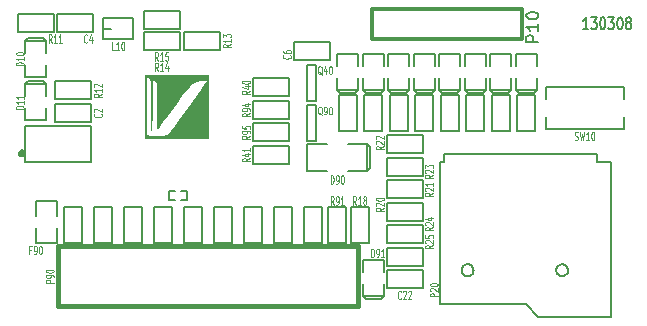
<source format=gto>
G04 (created by PCBNEW-RS274X (2012-01-19 BZR 3256)-stable) date 26/03/2013 21:56:11*
G01*
G70*
G90*
%MOIN*%
G04 Gerber Fmt 3.4, Leading zero omitted, Abs format*
%FSLAX34Y34*%
G04 APERTURE LIST*
%ADD10C,0.006000*%
%ADD11C,0.007500*%
%ADD12C,0.005000*%
%ADD13C,0.015000*%
%ADD14C,0.012000*%
%ADD15C,0.000100*%
%ADD16C,0.004500*%
%ADD17C,0.008000*%
G04 APERTURE END LIST*
G54D10*
G54D11*
X99121Y-60962D02*
X98949Y-60962D01*
X99035Y-60962D02*
X99035Y-60562D01*
X99006Y-60619D01*
X98978Y-60657D01*
X98949Y-60676D01*
X99221Y-60562D02*
X99407Y-60562D01*
X99307Y-60714D01*
X99349Y-60714D01*
X99378Y-60733D01*
X99392Y-60752D01*
X99407Y-60790D01*
X99407Y-60886D01*
X99392Y-60924D01*
X99378Y-60943D01*
X99349Y-60962D01*
X99264Y-60962D01*
X99235Y-60943D01*
X99221Y-60924D01*
X99593Y-60562D02*
X99621Y-60562D01*
X99650Y-60581D01*
X99664Y-60600D01*
X99678Y-60638D01*
X99693Y-60714D01*
X99693Y-60810D01*
X99678Y-60886D01*
X99664Y-60924D01*
X99650Y-60943D01*
X99621Y-60962D01*
X99593Y-60962D01*
X99564Y-60943D01*
X99550Y-60924D01*
X99535Y-60886D01*
X99521Y-60810D01*
X99521Y-60714D01*
X99535Y-60638D01*
X99550Y-60600D01*
X99564Y-60581D01*
X99593Y-60562D01*
X99793Y-60562D02*
X99979Y-60562D01*
X99879Y-60714D01*
X99921Y-60714D01*
X99950Y-60733D01*
X99964Y-60752D01*
X99979Y-60790D01*
X99979Y-60886D01*
X99964Y-60924D01*
X99950Y-60943D01*
X99921Y-60962D01*
X99836Y-60962D01*
X99807Y-60943D01*
X99793Y-60924D01*
X100165Y-60562D02*
X100193Y-60562D01*
X100222Y-60581D01*
X100236Y-60600D01*
X100250Y-60638D01*
X100265Y-60714D01*
X100265Y-60810D01*
X100250Y-60886D01*
X100236Y-60924D01*
X100222Y-60943D01*
X100193Y-60962D01*
X100165Y-60962D01*
X100136Y-60943D01*
X100122Y-60924D01*
X100107Y-60886D01*
X100093Y-60810D01*
X100093Y-60714D01*
X100107Y-60638D01*
X100122Y-60600D01*
X100136Y-60581D01*
X100165Y-60562D01*
X100436Y-60733D02*
X100408Y-60714D01*
X100393Y-60695D01*
X100379Y-60657D01*
X100379Y-60638D01*
X100393Y-60600D01*
X100408Y-60581D01*
X100436Y-60562D01*
X100493Y-60562D01*
X100522Y-60581D01*
X100536Y-60600D01*
X100551Y-60638D01*
X100551Y-60657D01*
X100536Y-60695D01*
X100522Y-60714D01*
X100493Y-60733D01*
X100436Y-60733D01*
X100408Y-60752D01*
X100393Y-60771D01*
X100379Y-60810D01*
X100379Y-60886D01*
X100393Y-60924D01*
X100408Y-60943D01*
X100436Y-60962D01*
X100493Y-60962D01*
X100522Y-60943D01*
X100536Y-60924D01*
X100551Y-60886D01*
X100551Y-60810D01*
X100536Y-60771D01*
X100522Y-60752D01*
X100493Y-60733D01*
G54D12*
X89750Y-64700D02*
X89750Y-63500D01*
X89750Y-63500D02*
X90050Y-63500D01*
X90050Y-63500D02*
X90050Y-64700D01*
X90050Y-64700D02*
X89750Y-64700D01*
X89750Y-63350D02*
X89750Y-62150D01*
X89750Y-62150D02*
X90050Y-62150D01*
X90050Y-62150D02*
X90050Y-63350D01*
X90050Y-63350D02*
X89750Y-63350D01*
X81400Y-67200D02*
X81400Y-66700D01*
X81400Y-66700D02*
X80700Y-66700D01*
X80700Y-66700D02*
X80700Y-67200D01*
X81400Y-67600D02*
X81400Y-68100D01*
X81400Y-68100D02*
X80700Y-68100D01*
X80700Y-68100D02*
X80700Y-67600D01*
X93350Y-64350D02*
X93350Y-63150D01*
X93350Y-63150D02*
X93950Y-63150D01*
X93950Y-63150D02*
X93950Y-64350D01*
X93950Y-64350D02*
X93350Y-64350D01*
X92500Y-64350D02*
X92500Y-63150D01*
X92500Y-63150D02*
X93100Y-63150D01*
X93100Y-63150D02*
X93100Y-64350D01*
X93100Y-64350D02*
X92500Y-64350D01*
X91650Y-64350D02*
X91650Y-63150D01*
X91650Y-63150D02*
X92250Y-63150D01*
X92250Y-63150D02*
X92250Y-64350D01*
X92250Y-64350D02*
X91650Y-64350D01*
X90800Y-64350D02*
X90800Y-63150D01*
X90800Y-63150D02*
X91400Y-63150D01*
X91400Y-63150D02*
X91400Y-64350D01*
X91400Y-64350D02*
X90800Y-64350D01*
X93600Y-68850D02*
X92400Y-68850D01*
X92400Y-68850D02*
X92400Y-68250D01*
X92400Y-68250D02*
X93600Y-68250D01*
X93600Y-68250D02*
X93600Y-68850D01*
X93600Y-68100D02*
X92400Y-68100D01*
X92400Y-68100D02*
X92400Y-67500D01*
X92400Y-67500D02*
X93600Y-67500D01*
X93600Y-67500D02*
X93600Y-68100D01*
X93600Y-65850D02*
X92400Y-65850D01*
X92400Y-65850D02*
X92400Y-65250D01*
X92400Y-65250D02*
X93600Y-65250D01*
X93600Y-65250D02*
X93600Y-65850D01*
X93600Y-65100D02*
X92400Y-65100D01*
X92400Y-65100D02*
X92400Y-64500D01*
X92400Y-64500D02*
X93600Y-64500D01*
X93600Y-64500D02*
X93600Y-65100D01*
X93600Y-66600D02*
X92400Y-66600D01*
X92400Y-66600D02*
X92400Y-66000D01*
X92400Y-66000D02*
X93600Y-66000D01*
X93600Y-66000D02*
X93600Y-66600D01*
X93600Y-67350D02*
X92400Y-67350D01*
X92400Y-67350D02*
X92400Y-66750D01*
X92400Y-66750D02*
X93600Y-66750D01*
X93600Y-66750D02*
X93600Y-67350D01*
X91800Y-66900D02*
X91800Y-68100D01*
X91800Y-68100D02*
X91200Y-68100D01*
X91200Y-68100D02*
X91200Y-66900D01*
X91200Y-66900D02*
X91800Y-66900D01*
X85500Y-60950D02*
X84300Y-60950D01*
X84300Y-60950D02*
X84300Y-60350D01*
X84300Y-60350D02*
X85500Y-60350D01*
X85500Y-60350D02*
X85500Y-60950D01*
X85500Y-61650D02*
X84300Y-61650D01*
X84300Y-61650D02*
X84300Y-61050D01*
X84300Y-61050D02*
X85500Y-61050D01*
X85500Y-61050D02*
X85500Y-61650D01*
X86850Y-61650D02*
X85650Y-61650D01*
X85650Y-61650D02*
X85650Y-61050D01*
X85650Y-61050D02*
X86850Y-61050D01*
X86850Y-61050D02*
X86850Y-61650D01*
X82550Y-63300D02*
X81350Y-63300D01*
X81350Y-63300D02*
X81350Y-62700D01*
X81350Y-62700D02*
X82550Y-62700D01*
X82550Y-62700D02*
X82550Y-63300D01*
X89150Y-64700D02*
X87950Y-64700D01*
X87950Y-64700D02*
X87950Y-64100D01*
X87950Y-64100D02*
X89150Y-64100D01*
X89150Y-64100D02*
X89150Y-64700D01*
X87950Y-63350D02*
X89150Y-63350D01*
X89150Y-63350D02*
X89150Y-63950D01*
X89150Y-63950D02*
X87950Y-63950D01*
X87950Y-63950D02*
X87950Y-63350D01*
X90450Y-68100D02*
X90450Y-66900D01*
X90450Y-66900D02*
X91050Y-66900D01*
X91050Y-66900D02*
X91050Y-68100D01*
X91050Y-68100D02*
X90450Y-68100D01*
X85650Y-68100D02*
X85650Y-66900D01*
X85650Y-66900D02*
X86250Y-66900D01*
X86250Y-66900D02*
X86250Y-68100D01*
X86250Y-68100D02*
X85650Y-68100D01*
X83650Y-68100D02*
X83650Y-66900D01*
X83650Y-66900D02*
X84250Y-66900D01*
X84250Y-66900D02*
X84250Y-68100D01*
X84250Y-68100D02*
X83650Y-68100D01*
X84650Y-68100D02*
X84650Y-66900D01*
X84650Y-66900D02*
X85250Y-66900D01*
X85250Y-66900D02*
X85250Y-68100D01*
X85250Y-68100D02*
X84650Y-68100D01*
X86650Y-68100D02*
X86650Y-66900D01*
X86650Y-66900D02*
X87250Y-66900D01*
X87250Y-66900D02*
X87250Y-68100D01*
X87250Y-68100D02*
X86650Y-68100D01*
X87650Y-68100D02*
X87650Y-66900D01*
X87650Y-66900D02*
X88250Y-66900D01*
X88250Y-66900D02*
X88250Y-68100D01*
X88250Y-68100D02*
X87650Y-68100D01*
X88650Y-68100D02*
X88650Y-66900D01*
X88650Y-66900D02*
X89250Y-66900D01*
X89250Y-66900D02*
X89250Y-68100D01*
X89250Y-68100D02*
X88650Y-68100D01*
X89650Y-68100D02*
X89650Y-66900D01*
X89650Y-66900D02*
X90250Y-66900D01*
X90250Y-66900D02*
X90250Y-68100D01*
X90250Y-68100D02*
X89650Y-68100D01*
X82650Y-68100D02*
X82650Y-66900D01*
X82650Y-66900D02*
X83250Y-66900D01*
X83250Y-66900D02*
X83250Y-68100D01*
X83250Y-68100D02*
X82650Y-68100D01*
X81650Y-68100D02*
X81650Y-66900D01*
X81650Y-66900D02*
X82250Y-66900D01*
X82250Y-66900D02*
X82250Y-68100D01*
X82250Y-68100D02*
X81650Y-68100D01*
X87950Y-62600D02*
X89150Y-62600D01*
X89150Y-62600D02*
X89150Y-63200D01*
X89150Y-63200D02*
X87950Y-63200D01*
X87950Y-63200D02*
X87950Y-62600D01*
X96750Y-64350D02*
X96750Y-63150D01*
X96750Y-63150D02*
X97350Y-63150D01*
X97350Y-63150D02*
X97350Y-64350D01*
X97350Y-64350D02*
X96750Y-64350D01*
X95900Y-64350D02*
X95900Y-63150D01*
X95900Y-63150D02*
X96500Y-63150D01*
X96500Y-63150D02*
X96500Y-64350D01*
X96500Y-64350D02*
X95900Y-64350D01*
X95050Y-64350D02*
X95050Y-63150D01*
X95050Y-63150D02*
X95650Y-63150D01*
X95650Y-63150D02*
X95650Y-64350D01*
X95650Y-64350D02*
X95050Y-64350D01*
X94200Y-64350D02*
X94200Y-63150D01*
X94200Y-63150D02*
X94800Y-63150D01*
X94800Y-63150D02*
X94800Y-64350D01*
X94800Y-64350D02*
X94200Y-64350D01*
X89300Y-61400D02*
X90500Y-61400D01*
X90500Y-61400D02*
X90500Y-62000D01*
X90500Y-62000D02*
X89300Y-62000D01*
X89300Y-62000D02*
X89300Y-61400D01*
X92400Y-69000D02*
X93600Y-69000D01*
X93600Y-69000D02*
X93600Y-69600D01*
X93600Y-69600D02*
X92400Y-69600D01*
X92400Y-69600D02*
X92400Y-69000D01*
X81400Y-60450D02*
X82600Y-60450D01*
X82600Y-60450D02*
X82600Y-61050D01*
X82600Y-61050D02*
X81400Y-61050D01*
X81400Y-61050D02*
X81400Y-60450D01*
X81300Y-61050D02*
X80100Y-61050D01*
X80100Y-61050D02*
X80100Y-60450D01*
X80100Y-60450D02*
X81300Y-60450D01*
X81300Y-60450D02*
X81300Y-61050D01*
G54D13*
X81450Y-68200D02*
X91450Y-68200D01*
X91450Y-70200D02*
X81450Y-70200D01*
X81450Y-68200D02*
X81450Y-70200D01*
X91450Y-70200D02*
X91450Y-68200D01*
G54D12*
X91750Y-64800D02*
X91850Y-64900D01*
X91850Y-64900D02*
X91850Y-65600D01*
X91850Y-65600D02*
X91750Y-65700D01*
X89750Y-64800D02*
X89750Y-65700D01*
X89750Y-65700D02*
X90400Y-65700D01*
X91100Y-64800D02*
X91750Y-64800D01*
X91750Y-64800D02*
X91750Y-65700D01*
X91750Y-65700D02*
X91100Y-65700D01*
X90400Y-64800D02*
X89750Y-64800D01*
X81050Y-61350D02*
X80950Y-61250D01*
X80950Y-61250D02*
X80450Y-61250D01*
X80450Y-61250D02*
X80350Y-61350D01*
X81050Y-61750D02*
X81050Y-61350D01*
X81050Y-61350D02*
X80350Y-61350D01*
X80350Y-61350D02*
X80350Y-61750D01*
X81050Y-62150D02*
X81050Y-62550D01*
X81050Y-62550D02*
X80350Y-62550D01*
X80350Y-62550D02*
X80350Y-62150D01*
X81050Y-62800D02*
X80950Y-62700D01*
X80950Y-62700D02*
X80450Y-62700D01*
X80450Y-62700D02*
X80350Y-62800D01*
X81050Y-63200D02*
X81050Y-62800D01*
X81050Y-62800D02*
X80350Y-62800D01*
X80350Y-62800D02*
X80350Y-63200D01*
X81050Y-63600D02*
X81050Y-64000D01*
X81050Y-64000D02*
X80350Y-64000D01*
X80350Y-64000D02*
X80350Y-63600D01*
X90750Y-63000D02*
X90850Y-63100D01*
X90850Y-63100D02*
X91350Y-63100D01*
X91350Y-63100D02*
X91450Y-63000D01*
X90750Y-62600D02*
X90750Y-63000D01*
X90750Y-63000D02*
X91450Y-63000D01*
X91450Y-63000D02*
X91450Y-62600D01*
X90750Y-62200D02*
X90750Y-61800D01*
X90750Y-61800D02*
X91450Y-61800D01*
X91450Y-61800D02*
X91450Y-62200D01*
X91600Y-63000D02*
X91700Y-63100D01*
X91700Y-63100D02*
X92200Y-63100D01*
X92200Y-63100D02*
X92300Y-63000D01*
X91600Y-62600D02*
X91600Y-63000D01*
X91600Y-63000D02*
X92300Y-63000D01*
X92300Y-63000D02*
X92300Y-62600D01*
X91600Y-62200D02*
X91600Y-61800D01*
X91600Y-61800D02*
X92300Y-61800D01*
X92300Y-61800D02*
X92300Y-62200D01*
X92450Y-63000D02*
X92550Y-63100D01*
X92550Y-63100D02*
X93050Y-63100D01*
X93050Y-63100D02*
X93150Y-63000D01*
X92450Y-62600D02*
X92450Y-63000D01*
X92450Y-63000D02*
X93150Y-63000D01*
X93150Y-63000D02*
X93150Y-62600D01*
X92450Y-62200D02*
X92450Y-61800D01*
X92450Y-61800D02*
X93150Y-61800D01*
X93150Y-61800D02*
X93150Y-62200D01*
X93300Y-63000D02*
X93400Y-63100D01*
X93400Y-63100D02*
X93900Y-63100D01*
X93900Y-63100D02*
X94000Y-63000D01*
X93300Y-62600D02*
X93300Y-63000D01*
X93300Y-63000D02*
X94000Y-63000D01*
X94000Y-63000D02*
X94000Y-62600D01*
X93300Y-62200D02*
X93300Y-61800D01*
X93300Y-61800D02*
X94000Y-61800D01*
X94000Y-61800D02*
X94000Y-62200D01*
X94150Y-63000D02*
X94250Y-63100D01*
X94250Y-63100D02*
X94750Y-63100D01*
X94750Y-63100D02*
X94850Y-63000D01*
X94150Y-62600D02*
X94150Y-63000D01*
X94150Y-63000D02*
X94850Y-63000D01*
X94850Y-63000D02*
X94850Y-62600D01*
X94150Y-62200D02*
X94150Y-61800D01*
X94150Y-61800D02*
X94850Y-61800D01*
X94850Y-61800D02*
X94850Y-62200D01*
X95000Y-63000D02*
X95100Y-63100D01*
X95100Y-63100D02*
X95600Y-63100D01*
X95600Y-63100D02*
X95700Y-63000D01*
X95000Y-62600D02*
X95000Y-63000D01*
X95000Y-63000D02*
X95700Y-63000D01*
X95700Y-63000D02*
X95700Y-62600D01*
X95000Y-62200D02*
X95000Y-61800D01*
X95000Y-61800D02*
X95700Y-61800D01*
X95700Y-61800D02*
X95700Y-62200D01*
X95850Y-63000D02*
X95950Y-63100D01*
X95950Y-63100D02*
X96450Y-63100D01*
X96450Y-63100D02*
X96550Y-63000D01*
X95850Y-62600D02*
X95850Y-63000D01*
X95850Y-63000D02*
X96550Y-63000D01*
X96550Y-63000D02*
X96550Y-62600D01*
X95850Y-62200D02*
X95850Y-61800D01*
X95850Y-61800D02*
X96550Y-61800D01*
X96550Y-61800D02*
X96550Y-62200D01*
X96700Y-63000D02*
X96800Y-63100D01*
X96800Y-63100D02*
X97300Y-63100D01*
X97300Y-63100D02*
X97400Y-63000D01*
X96700Y-62600D02*
X96700Y-63000D01*
X96700Y-63000D02*
X97400Y-63000D01*
X97400Y-63000D02*
X97400Y-62600D01*
X96700Y-62200D02*
X96700Y-61800D01*
X96700Y-61800D02*
X97400Y-61800D01*
X97400Y-61800D02*
X97400Y-62200D01*
X80350Y-65100D02*
X80348Y-65119D01*
X80342Y-65138D01*
X80333Y-65155D01*
X80320Y-65170D01*
X80305Y-65182D01*
X80288Y-65192D01*
X80270Y-65197D01*
X80250Y-65199D01*
X80232Y-65198D01*
X80213Y-65192D01*
X80196Y-65183D01*
X80181Y-65171D01*
X80168Y-65156D01*
X80159Y-65139D01*
X80153Y-65120D01*
X80151Y-65101D01*
X80152Y-65082D01*
X80158Y-65064D01*
X80166Y-65046D01*
X80179Y-65031D01*
X80193Y-65018D01*
X80210Y-65009D01*
X80229Y-65003D01*
X80248Y-65001D01*
X80267Y-65002D01*
X80286Y-65007D01*
X80303Y-65016D01*
X80318Y-65028D01*
X80331Y-65043D01*
X80341Y-65060D01*
X80347Y-65078D01*
X80349Y-65098D01*
X80350Y-65100D01*
X80300Y-65100D02*
X80299Y-65109D01*
X80296Y-65119D01*
X80291Y-65127D01*
X80285Y-65135D01*
X80277Y-65141D01*
X80269Y-65146D01*
X80260Y-65148D01*
X80250Y-65149D01*
X80241Y-65149D01*
X80232Y-65146D01*
X80223Y-65141D01*
X80216Y-65135D01*
X80209Y-65128D01*
X80205Y-65119D01*
X80202Y-65110D01*
X80201Y-65100D01*
X80201Y-65091D01*
X80204Y-65082D01*
X80208Y-65073D01*
X80215Y-65066D01*
X80222Y-65059D01*
X80230Y-65055D01*
X80240Y-65052D01*
X80249Y-65051D01*
X80258Y-65051D01*
X80268Y-65054D01*
X80276Y-65058D01*
X80284Y-65064D01*
X80290Y-65072D01*
X80295Y-65080D01*
X80298Y-65089D01*
X80299Y-65099D01*
X80300Y-65100D01*
X80350Y-64200D02*
X80350Y-65400D01*
X80350Y-65400D02*
X82550Y-65400D01*
X82550Y-64200D02*
X82550Y-65400D01*
X80350Y-64200D02*
X82550Y-64200D01*
X82550Y-64050D02*
X81350Y-64050D01*
X81350Y-64050D02*
X81350Y-63450D01*
X81350Y-63450D02*
X82550Y-63450D01*
X82550Y-63450D02*
X82550Y-64050D01*
X94180Y-70118D02*
X97050Y-70118D01*
X97050Y-70118D02*
X97444Y-70570D01*
X99865Y-70570D02*
X97444Y-70570D01*
X99865Y-65397D02*
X99865Y-70570D01*
X99404Y-65397D02*
X99865Y-65397D01*
X99404Y-65137D02*
X99404Y-65397D01*
X94318Y-65137D02*
X99404Y-65137D01*
X94318Y-65397D02*
X94318Y-65137D01*
X94180Y-65397D02*
X94318Y-65397D01*
X94180Y-70118D02*
X94180Y-65397D01*
X98448Y-68996D02*
X98444Y-69034D01*
X98433Y-69071D01*
X98415Y-69105D01*
X98390Y-69134D01*
X98361Y-69159D01*
X98327Y-69177D01*
X98290Y-69188D01*
X98252Y-69192D01*
X98215Y-69189D01*
X98178Y-69178D01*
X98144Y-69160D01*
X98114Y-69136D01*
X98089Y-69107D01*
X98070Y-69073D01*
X98059Y-69036D01*
X98055Y-68998D01*
X98058Y-68961D01*
X98068Y-68924D01*
X98086Y-68890D01*
X98110Y-68860D01*
X98139Y-68835D01*
X98173Y-68816D01*
X98209Y-68804D01*
X98247Y-68800D01*
X98285Y-68802D01*
X98322Y-68813D01*
X98356Y-68830D01*
X98386Y-68854D01*
X98411Y-68883D01*
X98430Y-68916D01*
X98443Y-68953D01*
X98447Y-68991D01*
X98448Y-68996D01*
X95298Y-68996D02*
X95294Y-69034D01*
X95283Y-69071D01*
X95265Y-69105D01*
X95240Y-69134D01*
X95211Y-69159D01*
X95177Y-69177D01*
X95140Y-69188D01*
X95102Y-69192D01*
X95065Y-69189D01*
X95028Y-69178D01*
X94994Y-69160D01*
X94964Y-69136D01*
X94939Y-69107D01*
X94920Y-69073D01*
X94909Y-69036D01*
X94905Y-68998D01*
X94908Y-68961D01*
X94918Y-68924D01*
X94936Y-68890D01*
X94960Y-68860D01*
X94989Y-68835D01*
X95023Y-68816D01*
X95059Y-68804D01*
X95097Y-68800D01*
X95135Y-68802D01*
X95172Y-68813D01*
X95206Y-68830D01*
X95236Y-68854D01*
X95261Y-68883D01*
X95280Y-68916D01*
X95293Y-68953D01*
X95297Y-68991D01*
X95298Y-68996D01*
X87950Y-64850D02*
X89150Y-64850D01*
X89150Y-64850D02*
X89150Y-65450D01*
X89150Y-65450D02*
X87950Y-65450D01*
X87950Y-65450D02*
X87950Y-64850D01*
X91600Y-69850D02*
X91700Y-69950D01*
X91700Y-69950D02*
X92200Y-69950D01*
X92200Y-69950D02*
X92300Y-69850D01*
X91600Y-69450D02*
X91600Y-69850D01*
X91600Y-69850D02*
X92300Y-69850D01*
X92300Y-69850D02*
X92300Y-69450D01*
X91600Y-69050D02*
X91600Y-68650D01*
X91600Y-68650D02*
X92300Y-68650D01*
X92300Y-68650D02*
X92300Y-69050D01*
G54D14*
X91900Y-60300D02*
X91900Y-61300D01*
X96900Y-61300D02*
X96900Y-60300D01*
X91900Y-60300D02*
X96900Y-60300D01*
X96900Y-61300D02*
X91900Y-61300D01*
G54D12*
X82950Y-60950D02*
X83200Y-60950D01*
X83950Y-60600D02*
X83950Y-61300D01*
X82950Y-61300D02*
X82950Y-60600D01*
X82950Y-60600D02*
X83950Y-60600D01*
X83950Y-61300D02*
X82950Y-61300D01*
X100300Y-63300D02*
X100300Y-62900D01*
X100300Y-62900D02*
X97700Y-62900D01*
X97700Y-62900D02*
X97700Y-63300D01*
X100300Y-63900D02*
X100300Y-64300D01*
X100300Y-64300D02*
X97700Y-64300D01*
X97700Y-64300D02*
X97700Y-63900D01*
G54D15*
G36*
X86466Y-64616D02*
X86466Y-62484D01*
X84334Y-62484D01*
X84334Y-64616D01*
X84765Y-64616D01*
X84765Y-64516D01*
X84761Y-64516D01*
X84560Y-64512D01*
X84458Y-64496D01*
X84421Y-64463D01*
X84419Y-64453D01*
X84411Y-64338D01*
X84406Y-64123D01*
X84402Y-63834D01*
X84400Y-63498D01*
X84401Y-63336D01*
X84402Y-63013D01*
X84407Y-62796D01*
X84416Y-62665D01*
X84429Y-62601D01*
X84449Y-62584D01*
X84485Y-62590D01*
X84525Y-62630D01*
X84550Y-62726D01*
X84561Y-62897D01*
X84561Y-63161D01*
X84552Y-63540D01*
X84543Y-63893D01*
X84542Y-64154D01*
X84549Y-64302D01*
X84564Y-64350D01*
X84578Y-64314D01*
X84591Y-64169D01*
X84598Y-63905D01*
X84600Y-63517D01*
X84600Y-63462D01*
X84602Y-63127D01*
X84606Y-62903D01*
X84615Y-62767D01*
X84629Y-62701D01*
X84649Y-62684D01*
X84668Y-62685D01*
X84712Y-62715D01*
X84741Y-62798D01*
X84757Y-62955D01*
X84762Y-63204D01*
X84760Y-63566D01*
X84758Y-63836D01*
X84758Y-64085D01*
X84761Y-64253D01*
X84767Y-64314D01*
X84772Y-64309D01*
X84835Y-64230D01*
X84956Y-64067D01*
X85122Y-63841D01*
X85317Y-63572D01*
X85398Y-63462D01*
X85597Y-63189D01*
X85742Y-63000D01*
X85847Y-62878D01*
X85927Y-62804D01*
X85998Y-62759D01*
X86069Y-62730D01*
X86217Y-62692D01*
X86345Y-62681D01*
X86400Y-62704D01*
X86393Y-62715D01*
X86330Y-62810D01*
X86211Y-62981D01*
X86052Y-63207D01*
X85869Y-63464D01*
X85677Y-63730D01*
X85495Y-63983D01*
X85337Y-64201D01*
X85218Y-64361D01*
X85156Y-64441D01*
X85135Y-64463D01*
X85073Y-64498D01*
X84964Y-64513D01*
X84765Y-64516D01*
X84765Y-64616D01*
X86466Y-64616D01*
X86466Y-64616D01*
G37*
G54D12*
X85550Y-66650D02*
X85750Y-66650D01*
X85750Y-66650D02*
X85750Y-66350D01*
X85750Y-66350D02*
X85550Y-66350D01*
X85350Y-66650D02*
X85150Y-66650D01*
X85150Y-66650D02*
X85150Y-66350D01*
X85150Y-66350D02*
X85350Y-66350D01*
G54D16*
X90248Y-63825D02*
X90231Y-63813D01*
X90214Y-63789D01*
X90188Y-63754D01*
X90171Y-63742D01*
X90154Y-63742D01*
X90162Y-63801D02*
X90145Y-63789D01*
X90128Y-63765D01*
X90119Y-63718D01*
X90119Y-63635D01*
X90128Y-63587D01*
X90145Y-63563D01*
X90162Y-63551D01*
X90196Y-63551D01*
X90214Y-63563D01*
X90231Y-63587D01*
X90239Y-63635D01*
X90239Y-63718D01*
X90231Y-63765D01*
X90214Y-63789D01*
X90196Y-63801D01*
X90162Y-63801D01*
X90325Y-63801D02*
X90360Y-63801D01*
X90377Y-63789D01*
X90385Y-63777D01*
X90403Y-63742D01*
X90411Y-63694D01*
X90411Y-63599D01*
X90403Y-63575D01*
X90394Y-63563D01*
X90377Y-63551D01*
X90343Y-63551D01*
X90325Y-63563D01*
X90317Y-63575D01*
X90308Y-63599D01*
X90308Y-63658D01*
X90317Y-63682D01*
X90325Y-63694D01*
X90343Y-63706D01*
X90377Y-63706D01*
X90394Y-63694D01*
X90403Y-63682D01*
X90411Y-63658D01*
X90522Y-63551D02*
X90539Y-63551D01*
X90556Y-63563D01*
X90565Y-63575D01*
X90574Y-63599D01*
X90582Y-63646D01*
X90582Y-63706D01*
X90574Y-63754D01*
X90565Y-63777D01*
X90556Y-63789D01*
X90539Y-63801D01*
X90522Y-63801D01*
X90505Y-63789D01*
X90496Y-63777D01*
X90488Y-63754D01*
X90479Y-63706D01*
X90479Y-63646D01*
X90488Y-63599D01*
X90496Y-63575D01*
X90505Y-63563D01*
X90522Y-63551D01*
X90248Y-62475D02*
X90231Y-62463D01*
X90214Y-62439D01*
X90188Y-62404D01*
X90171Y-62392D01*
X90154Y-62392D01*
X90162Y-62451D02*
X90145Y-62439D01*
X90128Y-62415D01*
X90119Y-62368D01*
X90119Y-62285D01*
X90128Y-62237D01*
X90145Y-62213D01*
X90162Y-62201D01*
X90196Y-62201D01*
X90214Y-62213D01*
X90231Y-62237D01*
X90239Y-62285D01*
X90239Y-62368D01*
X90231Y-62415D01*
X90214Y-62439D01*
X90196Y-62451D01*
X90162Y-62451D01*
X90394Y-62285D02*
X90394Y-62451D01*
X90351Y-62189D02*
X90308Y-62368D01*
X90420Y-62368D01*
X90522Y-62201D02*
X90539Y-62201D01*
X90556Y-62213D01*
X90565Y-62225D01*
X90574Y-62249D01*
X90582Y-62296D01*
X90582Y-62356D01*
X90574Y-62404D01*
X90565Y-62427D01*
X90556Y-62439D01*
X90539Y-62451D01*
X90522Y-62451D01*
X90505Y-62439D01*
X90496Y-62427D01*
X90488Y-62404D01*
X90479Y-62356D01*
X90479Y-62296D01*
X90488Y-62249D01*
X90496Y-62225D01*
X90505Y-62213D01*
X90522Y-62201D01*
X80555Y-68317D02*
X80495Y-68317D01*
X80495Y-68463D02*
X80495Y-68183D01*
X80581Y-68183D01*
X80657Y-68463D02*
X80692Y-68463D01*
X80709Y-68450D01*
X80717Y-68437D01*
X80735Y-68397D01*
X80743Y-68343D01*
X80743Y-68237D01*
X80735Y-68210D01*
X80726Y-68197D01*
X80709Y-68183D01*
X80675Y-68183D01*
X80657Y-68197D01*
X80649Y-68210D01*
X80640Y-68237D01*
X80640Y-68303D01*
X80649Y-68330D01*
X80657Y-68343D01*
X80675Y-68357D01*
X80709Y-68357D01*
X80726Y-68343D01*
X80735Y-68330D01*
X80743Y-68303D01*
X80854Y-68183D02*
X80871Y-68183D01*
X80888Y-68197D01*
X80897Y-68210D01*
X80906Y-68237D01*
X80914Y-68290D01*
X80914Y-68357D01*
X80906Y-68410D01*
X80897Y-68437D01*
X80888Y-68450D01*
X80871Y-68463D01*
X80854Y-68463D01*
X80837Y-68450D01*
X80828Y-68437D01*
X80820Y-68410D01*
X80811Y-68357D01*
X80811Y-68290D01*
X80820Y-68237D01*
X80828Y-68210D01*
X80837Y-68197D01*
X80854Y-68183D01*
X93963Y-68165D02*
X93830Y-68225D01*
X93963Y-68268D02*
X93683Y-68268D01*
X93683Y-68200D01*
X93697Y-68182D01*
X93710Y-68174D01*
X93737Y-68165D01*
X93777Y-68165D01*
X93803Y-68174D01*
X93817Y-68182D01*
X93830Y-68200D01*
X93830Y-68268D01*
X93710Y-68097D02*
X93697Y-68088D01*
X93683Y-68071D01*
X93683Y-68028D01*
X93697Y-68011D01*
X93710Y-68002D01*
X93737Y-67994D01*
X93763Y-67994D01*
X93803Y-68002D01*
X93963Y-68105D01*
X93963Y-67994D01*
X93683Y-67831D02*
X93683Y-67917D01*
X93817Y-67926D01*
X93803Y-67917D01*
X93790Y-67900D01*
X93790Y-67857D01*
X93803Y-67840D01*
X93817Y-67831D01*
X93843Y-67823D01*
X93910Y-67823D01*
X93937Y-67831D01*
X93950Y-67840D01*
X93963Y-67857D01*
X93963Y-67900D01*
X93950Y-67917D01*
X93937Y-67926D01*
X93963Y-67565D02*
X93830Y-67625D01*
X93963Y-67668D02*
X93683Y-67668D01*
X93683Y-67600D01*
X93697Y-67582D01*
X93710Y-67574D01*
X93737Y-67565D01*
X93777Y-67565D01*
X93803Y-67574D01*
X93817Y-67582D01*
X93830Y-67600D01*
X93830Y-67668D01*
X93710Y-67497D02*
X93697Y-67488D01*
X93683Y-67471D01*
X93683Y-67428D01*
X93697Y-67411D01*
X93710Y-67402D01*
X93737Y-67394D01*
X93763Y-67394D01*
X93803Y-67402D01*
X93963Y-67505D01*
X93963Y-67394D01*
X93777Y-67240D02*
X93963Y-67240D01*
X93670Y-67283D02*
X93870Y-67326D01*
X93870Y-67214D01*
X93963Y-65815D02*
X93830Y-65875D01*
X93963Y-65918D02*
X93683Y-65918D01*
X93683Y-65850D01*
X93697Y-65832D01*
X93710Y-65824D01*
X93737Y-65815D01*
X93777Y-65815D01*
X93803Y-65824D01*
X93817Y-65832D01*
X93830Y-65850D01*
X93830Y-65918D01*
X93710Y-65747D02*
X93697Y-65738D01*
X93683Y-65721D01*
X93683Y-65678D01*
X93697Y-65661D01*
X93710Y-65652D01*
X93737Y-65644D01*
X93763Y-65644D01*
X93803Y-65652D01*
X93963Y-65755D01*
X93963Y-65644D01*
X93683Y-65584D02*
X93683Y-65473D01*
X93790Y-65533D01*
X93790Y-65507D01*
X93803Y-65490D01*
X93817Y-65481D01*
X93843Y-65473D01*
X93910Y-65473D01*
X93937Y-65481D01*
X93950Y-65490D01*
X93963Y-65507D01*
X93963Y-65559D01*
X93950Y-65576D01*
X93937Y-65584D01*
X92313Y-64865D02*
X92180Y-64925D01*
X92313Y-64968D02*
X92033Y-64968D01*
X92033Y-64900D01*
X92047Y-64882D01*
X92060Y-64874D01*
X92087Y-64865D01*
X92127Y-64865D01*
X92153Y-64874D01*
X92167Y-64882D01*
X92180Y-64900D01*
X92180Y-64968D01*
X92060Y-64797D02*
X92047Y-64788D01*
X92033Y-64771D01*
X92033Y-64728D01*
X92047Y-64711D01*
X92060Y-64702D01*
X92087Y-64694D01*
X92113Y-64694D01*
X92153Y-64702D01*
X92313Y-64805D01*
X92313Y-64694D01*
X92060Y-64626D02*
X92047Y-64617D01*
X92033Y-64600D01*
X92033Y-64557D01*
X92047Y-64540D01*
X92060Y-64531D01*
X92087Y-64523D01*
X92113Y-64523D01*
X92153Y-64531D01*
X92313Y-64634D01*
X92313Y-64523D01*
X93963Y-66415D02*
X93830Y-66475D01*
X93963Y-66518D02*
X93683Y-66518D01*
X93683Y-66450D01*
X93697Y-66432D01*
X93710Y-66424D01*
X93737Y-66415D01*
X93777Y-66415D01*
X93803Y-66424D01*
X93817Y-66432D01*
X93830Y-66450D01*
X93830Y-66518D01*
X93710Y-66347D02*
X93697Y-66338D01*
X93683Y-66321D01*
X93683Y-66278D01*
X93697Y-66261D01*
X93710Y-66252D01*
X93737Y-66244D01*
X93763Y-66244D01*
X93803Y-66252D01*
X93963Y-66355D01*
X93963Y-66244D01*
X93963Y-66073D02*
X93963Y-66176D01*
X93963Y-66124D02*
X93683Y-66124D01*
X93723Y-66141D01*
X93750Y-66159D01*
X93763Y-66176D01*
X92313Y-66915D02*
X92180Y-66975D01*
X92313Y-67018D02*
X92033Y-67018D01*
X92033Y-66950D01*
X92047Y-66932D01*
X92060Y-66924D01*
X92087Y-66915D01*
X92127Y-66915D01*
X92153Y-66924D01*
X92167Y-66932D01*
X92180Y-66950D01*
X92180Y-67018D01*
X92060Y-66847D02*
X92047Y-66838D01*
X92033Y-66821D01*
X92033Y-66778D01*
X92047Y-66761D01*
X92060Y-66752D01*
X92087Y-66744D01*
X92113Y-66744D01*
X92153Y-66752D01*
X92313Y-66855D01*
X92313Y-66744D01*
X92033Y-66633D02*
X92033Y-66616D01*
X92047Y-66599D01*
X92060Y-66590D01*
X92087Y-66581D01*
X92140Y-66573D01*
X92207Y-66573D01*
X92260Y-66581D01*
X92287Y-66590D01*
X92300Y-66599D01*
X92313Y-66616D01*
X92313Y-66633D01*
X92300Y-66650D01*
X92287Y-66659D01*
X92260Y-66667D01*
X92207Y-66676D01*
X92140Y-66676D01*
X92087Y-66667D01*
X92060Y-66659D01*
X92047Y-66650D01*
X92033Y-66633D01*
X91385Y-66813D02*
X91325Y-66680D01*
X91282Y-66813D02*
X91282Y-66533D01*
X91350Y-66533D01*
X91368Y-66547D01*
X91376Y-66560D01*
X91385Y-66587D01*
X91385Y-66627D01*
X91376Y-66653D01*
X91368Y-66667D01*
X91350Y-66680D01*
X91282Y-66680D01*
X91556Y-66813D02*
X91453Y-66813D01*
X91505Y-66813D02*
X91505Y-66533D01*
X91488Y-66573D01*
X91470Y-66600D01*
X91453Y-66613D01*
X91659Y-66653D02*
X91641Y-66640D01*
X91633Y-66627D01*
X91624Y-66600D01*
X91624Y-66587D01*
X91633Y-66560D01*
X91641Y-66547D01*
X91659Y-66533D01*
X91693Y-66533D01*
X91710Y-66547D01*
X91719Y-66560D01*
X91727Y-66587D01*
X91727Y-66600D01*
X91719Y-66627D01*
X91710Y-66640D01*
X91693Y-66653D01*
X91659Y-66653D01*
X91641Y-66667D01*
X91633Y-66680D01*
X91624Y-66707D01*
X91624Y-66760D01*
X91633Y-66787D01*
X91641Y-66800D01*
X91659Y-66813D01*
X91693Y-66813D01*
X91710Y-66800D01*
X91719Y-66787D01*
X91727Y-66760D01*
X91727Y-66707D01*
X91719Y-66680D01*
X91710Y-66667D01*
X91693Y-66653D01*
X84785Y-62013D02*
X84725Y-61880D01*
X84682Y-62013D02*
X84682Y-61733D01*
X84750Y-61733D01*
X84768Y-61747D01*
X84776Y-61760D01*
X84785Y-61787D01*
X84785Y-61827D01*
X84776Y-61853D01*
X84768Y-61867D01*
X84750Y-61880D01*
X84682Y-61880D01*
X84956Y-62013D02*
X84853Y-62013D01*
X84905Y-62013D02*
X84905Y-61733D01*
X84888Y-61773D01*
X84870Y-61800D01*
X84853Y-61813D01*
X85119Y-61733D02*
X85033Y-61733D01*
X85024Y-61867D01*
X85033Y-61853D01*
X85050Y-61840D01*
X85093Y-61840D01*
X85110Y-61853D01*
X85119Y-61867D01*
X85127Y-61893D01*
X85127Y-61960D01*
X85119Y-61987D01*
X85110Y-62000D01*
X85093Y-62013D01*
X85050Y-62013D01*
X85033Y-62000D01*
X85024Y-61987D01*
X84785Y-62363D02*
X84725Y-62230D01*
X84682Y-62363D02*
X84682Y-62083D01*
X84750Y-62083D01*
X84768Y-62097D01*
X84776Y-62110D01*
X84785Y-62137D01*
X84785Y-62177D01*
X84776Y-62203D01*
X84768Y-62217D01*
X84750Y-62230D01*
X84682Y-62230D01*
X84956Y-62363D02*
X84853Y-62363D01*
X84905Y-62363D02*
X84905Y-62083D01*
X84888Y-62123D01*
X84870Y-62150D01*
X84853Y-62163D01*
X85110Y-62177D02*
X85110Y-62363D01*
X85067Y-62070D02*
X85024Y-62270D01*
X85136Y-62270D01*
X87213Y-61465D02*
X87080Y-61525D01*
X87213Y-61568D02*
X86933Y-61568D01*
X86933Y-61500D01*
X86947Y-61482D01*
X86960Y-61474D01*
X86987Y-61465D01*
X87027Y-61465D01*
X87053Y-61474D01*
X87067Y-61482D01*
X87080Y-61500D01*
X87080Y-61568D01*
X87213Y-61294D02*
X87213Y-61397D01*
X87213Y-61345D02*
X86933Y-61345D01*
X86973Y-61362D01*
X87000Y-61380D01*
X87013Y-61397D01*
X86933Y-61234D02*
X86933Y-61123D01*
X87040Y-61183D01*
X87040Y-61157D01*
X87053Y-61140D01*
X87067Y-61131D01*
X87093Y-61123D01*
X87160Y-61123D01*
X87187Y-61131D01*
X87200Y-61140D01*
X87213Y-61157D01*
X87213Y-61209D01*
X87200Y-61226D01*
X87187Y-61234D01*
X82913Y-63115D02*
X82780Y-63175D01*
X82913Y-63218D02*
X82633Y-63218D01*
X82633Y-63150D01*
X82647Y-63132D01*
X82660Y-63124D01*
X82687Y-63115D01*
X82727Y-63115D01*
X82753Y-63124D01*
X82767Y-63132D01*
X82780Y-63150D01*
X82780Y-63218D01*
X82913Y-62944D02*
X82913Y-63047D01*
X82913Y-62995D02*
X82633Y-62995D01*
X82673Y-63012D01*
X82700Y-63030D01*
X82713Y-63047D01*
X82660Y-62876D02*
X82647Y-62867D01*
X82633Y-62850D01*
X82633Y-62807D01*
X82647Y-62790D01*
X82660Y-62781D01*
X82687Y-62773D01*
X82713Y-62773D01*
X82753Y-62781D01*
X82913Y-62884D01*
X82913Y-62773D01*
X87863Y-64515D02*
X87730Y-64575D01*
X87863Y-64618D02*
X87583Y-64618D01*
X87583Y-64550D01*
X87597Y-64532D01*
X87610Y-64524D01*
X87637Y-64515D01*
X87677Y-64515D01*
X87703Y-64524D01*
X87717Y-64532D01*
X87730Y-64550D01*
X87730Y-64618D01*
X87863Y-64430D02*
X87863Y-64395D01*
X87850Y-64378D01*
X87837Y-64370D01*
X87797Y-64352D01*
X87743Y-64344D01*
X87637Y-64344D01*
X87610Y-64352D01*
X87597Y-64361D01*
X87583Y-64378D01*
X87583Y-64412D01*
X87597Y-64430D01*
X87610Y-64438D01*
X87637Y-64447D01*
X87703Y-64447D01*
X87730Y-64438D01*
X87743Y-64430D01*
X87757Y-64412D01*
X87757Y-64378D01*
X87743Y-64361D01*
X87730Y-64352D01*
X87703Y-64344D01*
X87583Y-64181D02*
X87583Y-64267D01*
X87717Y-64276D01*
X87703Y-64267D01*
X87690Y-64250D01*
X87690Y-64207D01*
X87703Y-64190D01*
X87717Y-64181D01*
X87743Y-64173D01*
X87810Y-64173D01*
X87837Y-64181D01*
X87850Y-64190D01*
X87863Y-64207D01*
X87863Y-64250D01*
X87850Y-64267D01*
X87837Y-64276D01*
X87863Y-63765D02*
X87730Y-63825D01*
X87863Y-63868D02*
X87583Y-63868D01*
X87583Y-63800D01*
X87597Y-63782D01*
X87610Y-63774D01*
X87637Y-63765D01*
X87677Y-63765D01*
X87703Y-63774D01*
X87717Y-63782D01*
X87730Y-63800D01*
X87730Y-63868D01*
X87863Y-63680D02*
X87863Y-63645D01*
X87850Y-63628D01*
X87837Y-63620D01*
X87797Y-63602D01*
X87743Y-63594D01*
X87637Y-63594D01*
X87610Y-63602D01*
X87597Y-63611D01*
X87583Y-63628D01*
X87583Y-63662D01*
X87597Y-63680D01*
X87610Y-63688D01*
X87637Y-63697D01*
X87703Y-63697D01*
X87730Y-63688D01*
X87743Y-63680D01*
X87757Y-63662D01*
X87757Y-63628D01*
X87743Y-63611D01*
X87730Y-63602D01*
X87703Y-63594D01*
X87677Y-63440D02*
X87863Y-63440D01*
X87570Y-63483D02*
X87770Y-63526D01*
X87770Y-63414D01*
X90635Y-66813D02*
X90575Y-66680D01*
X90532Y-66813D02*
X90532Y-66533D01*
X90600Y-66533D01*
X90618Y-66547D01*
X90626Y-66560D01*
X90635Y-66587D01*
X90635Y-66627D01*
X90626Y-66653D01*
X90618Y-66667D01*
X90600Y-66680D01*
X90532Y-66680D01*
X90720Y-66813D02*
X90755Y-66813D01*
X90772Y-66800D01*
X90780Y-66787D01*
X90798Y-66747D01*
X90806Y-66693D01*
X90806Y-66587D01*
X90798Y-66560D01*
X90789Y-66547D01*
X90772Y-66533D01*
X90738Y-66533D01*
X90720Y-66547D01*
X90712Y-66560D01*
X90703Y-66587D01*
X90703Y-66653D01*
X90712Y-66680D01*
X90720Y-66693D01*
X90738Y-66707D01*
X90772Y-66707D01*
X90789Y-66693D01*
X90798Y-66680D01*
X90806Y-66653D01*
X90977Y-66813D02*
X90874Y-66813D01*
X90926Y-66813D02*
X90926Y-66533D01*
X90909Y-66573D01*
X90891Y-66600D01*
X90874Y-66613D01*
X87863Y-63015D02*
X87730Y-63075D01*
X87863Y-63118D02*
X87583Y-63118D01*
X87583Y-63050D01*
X87597Y-63032D01*
X87610Y-63024D01*
X87637Y-63015D01*
X87677Y-63015D01*
X87703Y-63024D01*
X87717Y-63032D01*
X87730Y-63050D01*
X87730Y-63118D01*
X87677Y-62861D02*
X87863Y-62861D01*
X87570Y-62904D02*
X87770Y-62947D01*
X87770Y-62835D01*
X87583Y-62733D02*
X87583Y-62716D01*
X87597Y-62699D01*
X87610Y-62690D01*
X87637Y-62681D01*
X87690Y-62673D01*
X87757Y-62673D01*
X87810Y-62681D01*
X87837Y-62690D01*
X87850Y-62699D01*
X87863Y-62716D01*
X87863Y-62733D01*
X87850Y-62750D01*
X87837Y-62759D01*
X87810Y-62767D01*
X87757Y-62776D01*
X87690Y-62776D01*
X87637Y-62767D01*
X87610Y-62759D01*
X87597Y-62750D01*
X87583Y-62733D01*
X89187Y-61829D02*
X89200Y-61838D01*
X89213Y-61864D01*
X89213Y-61881D01*
X89200Y-61906D01*
X89173Y-61924D01*
X89147Y-61932D01*
X89093Y-61941D01*
X89053Y-61941D01*
X89000Y-61932D01*
X88973Y-61924D01*
X88947Y-61906D01*
X88933Y-61881D01*
X88933Y-61864D01*
X88947Y-61838D01*
X88960Y-61829D01*
X88933Y-61675D02*
X88933Y-61709D01*
X88947Y-61726D01*
X88960Y-61735D01*
X89000Y-61752D01*
X89053Y-61761D01*
X89160Y-61761D01*
X89187Y-61752D01*
X89200Y-61744D01*
X89213Y-61726D01*
X89213Y-61692D01*
X89200Y-61675D01*
X89187Y-61666D01*
X89160Y-61658D01*
X89093Y-61658D01*
X89067Y-61666D01*
X89053Y-61675D01*
X89040Y-61692D01*
X89040Y-61726D01*
X89053Y-61744D01*
X89067Y-61752D01*
X89093Y-61761D01*
X92885Y-69937D02*
X92876Y-69950D01*
X92850Y-69963D01*
X92833Y-69963D01*
X92808Y-69950D01*
X92790Y-69923D01*
X92782Y-69897D01*
X92773Y-69843D01*
X92773Y-69803D01*
X92782Y-69750D01*
X92790Y-69723D01*
X92808Y-69697D01*
X92833Y-69683D01*
X92850Y-69683D01*
X92876Y-69697D01*
X92885Y-69710D01*
X92953Y-69710D02*
X92962Y-69697D01*
X92979Y-69683D01*
X93022Y-69683D01*
X93039Y-69697D01*
X93048Y-69710D01*
X93056Y-69737D01*
X93056Y-69763D01*
X93048Y-69803D01*
X92945Y-69963D01*
X93056Y-69963D01*
X93124Y-69710D02*
X93133Y-69697D01*
X93150Y-69683D01*
X93193Y-69683D01*
X93210Y-69697D01*
X93219Y-69710D01*
X93227Y-69737D01*
X93227Y-69763D01*
X93219Y-69803D01*
X93116Y-69963D01*
X93227Y-69963D01*
X82421Y-61387D02*
X82412Y-61400D01*
X82386Y-61413D01*
X82369Y-61413D01*
X82344Y-61400D01*
X82326Y-61373D01*
X82318Y-61347D01*
X82309Y-61293D01*
X82309Y-61253D01*
X82318Y-61200D01*
X82326Y-61173D01*
X82344Y-61147D01*
X82369Y-61133D01*
X82386Y-61133D01*
X82412Y-61147D01*
X82421Y-61160D01*
X82575Y-61227D02*
X82575Y-61413D01*
X82532Y-61120D02*
X82489Y-61320D01*
X82601Y-61320D01*
X81235Y-61413D02*
X81175Y-61280D01*
X81132Y-61413D02*
X81132Y-61133D01*
X81200Y-61133D01*
X81218Y-61147D01*
X81226Y-61160D01*
X81235Y-61187D01*
X81235Y-61227D01*
X81226Y-61253D01*
X81218Y-61267D01*
X81200Y-61280D01*
X81132Y-61280D01*
X81406Y-61413D02*
X81303Y-61413D01*
X81355Y-61413D02*
X81355Y-61133D01*
X81338Y-61173D01*
X81320Y-61200D01*
X81303Y-61213D01*
X81577Y-61413D02*
X81474Y-61413D01*
X81526Y-61413D02*
X81526Y-61133D01*
X81509Y-61173D01*
X81491Y-61200D01*
X81474Y-61213D01*
X81301Y-69418D02*
X81051Y-69418D01*
X81051Y-69350D01*
X81063Y-69332D01*
X81075Y-69324D01*
X81099Y-69315D01*
X81135Y-69315D01*
X81158Y-69324D01*
X81170Y-69332D01*
X81182Y-69350D01*
X81182Y-69418D01*
X81301Y-69230D02*
X81301Y-69195D01*
X81289Y-69178D01*
X81277Y-69170D01*
X81242Y-69152D01*
X81194Y-69144D01*
X81099Y-69144D01*
X81075Y-69152D01*
X81063Y-69161D01*
X81051Y-69178D01*
X81051Y-69212D01*
X81063Y-69230D01*
X81075Y-69238D01*
X81099Y-69247D01*
X81158Y-69247D01*
X81182Y-69238D01*
X81194Y-69230D01*
X81206Y-69212D01*
X81206Y-69178D01*
X81194Y-69161D01*
X81182Y-69152D01*
X81158Y-69144D01*
X81051Y-69033D02*
X81051Y-69016D01*
X81063Y-68999D01*
X81075Y-68990D01*
X81099Y-68981D01*
X81146Y-68973D01*
X81206Y-68973D01*
X81254Y-68981D01*
X81277Y-68990D01*
X81289Y-68999D01*
X81301Y-69016D01*
X81301Y-69033D01*
X81289Y-69050D01*
X81277Y-69059D01*
X81254Y-69067D01*
X81206Y-69076D01*
X81146Y-69076D01*
X81099Y-69067D01*
X81075Y-69059D01*
X81063Y-69050D01*
X81051Y-69033D01*
X90532Y-66113D02*
X90532Y-65833D01*
X90575Y-65833D01*
X90600Y-65847D01*
X90618Y-65873D01*
X90626Y-65900D01*
X90635Y-65953D01*
X90635Y-65993D01*
X90626Y-66047D01*
X90618Y-66073D01*
X90600Y-66100D01*
X90575Y-66113D01*
X90532Y-66113D01*
X90720Y-66113D02*
X90755Y-66113D01*
X90772Y-66100D01*
X90780Y-66087D01*
X90798Y-66047D01*
X90806Y-65993D01*
X90806Y-65887D01*
X90798Y-65860D01*
X90789Y-65847D01*
X90772Y-65833D01*
X90738Y-65833D01*
X90720Y-65847D01*
X90712Y-65860D01*
X90703Y-65887D01*
X90703Y-65953D01*
X90712Y-65980D01*
X90720Y-65993D01*
X90738Y-66007D01*
X90772Y-66007D01*
X90789Y-65993D01*
X90798Y-65980D01*
X90806Y-65953D01*
X90917Y-65833D02*
X90934Y-65833D01*
X90951Y-65847D01*
X90960Y-65860D01*
X90969Y-65887D01*
X90977Y-65940D01*
X90977Y-66007D01*
X90969Y-66060D01*
X90960Y-66087D01*
X90951Y-66100D01*
X90934Y-66113D01*
X90917Y-66113D01*
X90900Y-66100D01*
X90891Y-66087D01*
X90883Y-66060D01*
X90874Y-66007D01*
X90874Y-65940D01*
X90883Y-65887D01*
X90891Y-65860D01*
X90900Y-65847D01*
X90917Y-65833D01*
X80301Y-62168D02*
X80051Y-62168D01*
X80051Y-62125D01*
X80063Y-62100D01*
X80087Y-62082D01*
X80111Y-62074D01*
X80158Y-62065D01*
X80194Y-62065D01*
X80242Y-62074D01*
X80265Y-62082D01*
X80289Y-62100D01*
X80301Y-62125D01*
X80301Y-62168D01*
X80301Y-61894D02*
X80301Y-61997D01*
X80301Y-61945D02*
X80051Y-61945D01*
X80087Y-61962D01*
X80111Y-61980D01*
X80123Y-61997D01*
X80051Y-61783D02*
X80051Y-61766D01*
X80063Y-61749D01*
X80075Y-61740D01*
X80099Y-61731D01*
X80146Y-61723D01*
X80206Y-61723D01*
X80254Y-61731D01*
X80277Y-61740D01*
X80289Y-61749D01*
X80301Y-61766D01*
X80301Y-61783D01*
X80289Y-61800D01*
X80277Y-61809D01*
X80254Y-61817D01*
X80206Y-61826D01*
X80146Y-61826D01*
X80099Y-61817D01*
X80075Y-61809D01*
X80063Y-61800D01*
X80051Y-61783D01*
X80301Y-63618D02*
X80051Y-63618D01*
X80051Y-63575D01*
X80063Y-63550D01*
X80087Y-63532D01*
X80111Y-63524D01*
X80158Y-63515D01*
X80194Y-63515D01*
X80242Y-63524D01*
X80265Y-63532D01*
X80289Y-63550D01*
X80301Y-63575D01*
X80301Y-63618D01*
X80301Y-63344D02*
X80301Y-63447D01*
X80301Y-63395D02*
X80051Y-63395D01*
X80087Y-63412D01*
X80111Y-63430D01*
X80123Y-63447D01*
X80301Y-63173D02*
X80301Y-63276D01*
X80301Y-63224D02*
X80051Y-63224D01*
X80087Y-63241D01*
X80111Y-63259D01*
X80123Y-63276D01*
X82887Y-63779D02*
X82900Y-63788D01*
X82913Y-63814D01*
X82913Y-63831D01*
X82900Y-63856D01*
X82873Y-63874D01*
X82847Y-63882D01*
X82793Y-63891D01*
X82753Y-63891D01*
X82700Y-63882D01*
X82673Y-63874D01*
X82647Y-63856D01*
X82633Y-63831D01*
X82633Y-63814D01*
X82647Y-63788D01*
X82660Y-63779D01*
X82660Y-63711D02*
X82647Y-63702D01*
X82633Y-63685D01*
X82633Y-63642D01*
X82647Y-63625D01*
X82660Y-63616D01*
X82687Y-63608D01*
X82713Y-63608D01*
X82753Y-63616D01*
X82913Y-63719D01*
X82913Y-63608D01*
X94101Y-69868D02*
X93851Y-69868D01*
X93851Y-69800D01*
X93863Y-69782D01*
X93875Y-69774D01*
X93899Y-69765D01*
X93935Y-69765D01*
X93958Y-69774D01*
X93970Y-69782D01*
X93982Y-69800D01*
X93982Y-69868D01*
X93875Y-69697D02*
X93863Y-69688D01*
X93851Y-69671D01*
X93851Y-69628D01*
X93863Y-69611D01*
X93875Y-69602D01*
X93899Y-69594D01*
X93923Y-69594D01*
X93958Y-69602D01*
X94101Y-69705D01*
X94101Y-69594D01*
X93851Y-69483D02*
X93851Y-69466D01*
X93863Y-69449D01*
X93875Y-69440D01*
X93899Y-69431D01*
X93946Y-69423D01*
X94006Y-69423D01*
X94054Y-69431D01*
X94077Y-69440D01*
X94089Y-69449D01*
X94101Y-69466D01*
X94101Y-69483D01*
X94089Y-69500D01*
X94077Y-69509D01*
X94054Y-69517D01*
X94006Y-69526D01*
X93946Y-69526D01*
X93899Y-69517D01*
X93875Y-69509D01*
X93863Y-69500D01*
X93851Y-69483D01*
X87863Y-65265D02*
X87730Y-65325D01*
X87863Y-65368D02*
X87583Y-65368D01*
X87583Y-65300D01*
X87597Y-65282D01*
X87610Y-65274D01*
X87637Y-65265D01*
X87677Y-65265D01*
X87703Y-65274D01*
X87717Y-65282D01*
X87730Y-65300D01*
X87730Y-65368D01*
X87677Y-65111D02*
X87863Y-65111D01*
X87570Y-65154D02*
X87770Y-65197D01*
X87770Y-65085D01*
X87863Y-64923D02*
X87863Y-65026D01*
X87863Y-64974D02*
X87583Y-64974D01*
X87623Y-64991D01*
X87650Y-65009D01*
X87663Y-65026D01*
X91882Y-68563D02*
X91882Y-68283D01*
X91925Y-68283D01*
X91950Y-68297D01*
X91968Y-68323D01*
X91976Y-68350D01*
X91985Y-68403D01*
X91985Y-68443D01*
X91976Y-68497D01*
X91968Y-68523D01*
X91950Y-68550D01*
X91925Y-68563D01*
X91882Y-68563D01*
X92070Y-68563D02*
X92105Y-68563D01*
X92122Y-68550D01*
X92130Y-68537D01*
X92148Y-68497D01*
X92156Y-68443D01*
X92156Y-68337D01*
X92148Y-68310D01*
X92139Y-68297D01*
X92122Y-68283D01*
X92088Y-68283D01*
X92070Y-68297D01*
X92062Y-68310D01*
X92053Y-68337D01*
X92053Y-68403D01*
X92062Y-68430D01*
X92070Y-68443D01*
X92088Y-68457D01*
X92122Y-68457D01*
X92139Y-68443D01*
X92148Y-68430D01*
X92156Y-68403D01*
X92327Y-68563D02*
X92224Y-68563D01*
X92276Y-68563D02*
X92276Y-68283D01*
X92259Y-68323D01*
X92241Y-68350D01*
X92224Y-68363D01*
G54D17*
X97462Y-61386D02*
X97062Y-61386D01*
X97062Y-61233D01*
X97081Y-61195D01*
X97100Y-61176D01*
X97138Y-61157D01*
X97195Y-61157D01*
X97233Y-61176D01*
X97252Y-61195D01*
X97271Y-61233D01*
X97271Y-61386D01*
X97462Y-60776D02*
X97462Y-61005D01*
X97462Y-60891D02*
X97062Y-60891D01*
X97119Y-60929D01*
X97157Y-60967D01*
X97176Y-61005D01*
X97062Y-60529D02*
X97062Y-60490D01*
X97081Y-60452D01*
X97100Y-60433D01*
X97138Y-60414D01*
X97214Y-60395D01*
X97310Y-60395D01*
X97386Y-60414D01*
X97424Y-60433D01*
X97443Y-60452D01*
X97462Y-60490D01*
X97462Y-60529D01*
X97443Y-60567D01*
X97424Y-60586D01*
X97386Y-60605D01*
X97310Y-60624D01*
X97214Y-60624D01*
X97138Y-60605D01*
X97100Y-60586D01*
X97081Y-60567D01*
X97062Y-60529D01*
G54D16*
X83335Y-61663D02*
X83249Y-61663D01*
X83249Y-61383D01*
X83489Y-61663D02*
X83386Y-61663D01*
X83438Y-61663D02*
X83438Y-61383D01*
X83421Y-61423D01*
X83403Y-61450D01*
X83386Y-61463D01*
X83600Y-61383D02*
X83617Y-61383D01*
X83634Y-61397D01*
X83643Y-61410D01*
X83652Y-61437D01*
X83660Y-61490D01*
X83660Y-61557D01*
X83652Y-61610D01*
X83643Y-61637D01*
X83634Y-61650D01*
X83617Y-61663D01*
X83600Y-61663D01*
X83583Y-61650D01*
X83574Y-61637D01*
X83566Y-61610D01*
X83557Y-61557D01*
X83557Y-61490D01*
X83566Y-61437D01*
X83574Y-61410D01*
X83583Y-61397D01*
X83600Y-61383D01*
X98675Y-64650D02*
X98701Y-64663D01*
X98744Y-64663D01*
X98761Y-64650D01*
X98770Y-64637D01*
X98778Y-64610D01*
X98778Y-64583D01*
X98770Y-64557D01*
X98761Y-64543D01*
X98744Y-64530D01*
X98710Y-64517D01*
X98692Y-64503D01*
X98684Y-64490D01*
X98675Y-64463D01*
X98675Y-64437D01*
X98684Y-64410D01*
X98692Y-64397D01*
X98710Y-64383D01*
X98752Y-64383D01*
X98778Y-64397D01*
X98838Y-64383D02*
X98881Y-64663D01*
X98915Y-64463D01*
X98949Y-64663D01*
X98992Y-64383D01*
X99155Y-64663D02*
X99052Y-64663D01*
X99104Y-64663D02*
X99104Y-64383D01*
X99087Y-64423D01*
X99069Y-64450D01*
X99052Y-64463D01*
X99266Y-64383D02*
X99283Y-64383D01*
X99300Y-64397D01*
X99309Y-64410D01*
X99318Y-64437D01*
X99326Y-64490D01*
X99326Y-64557D01*
X99318Y-64610D01*
X99309Y-64637D01*
X99300Y-64650D01*
X99283Y-64663D01*
X99266Y-64663D01*
X99249Y-64650D01*
X99240Y-64637D01*
X99232Y-64610D01*
X99223Y-64557D01*
X99223Y-64490D01*
X99232Y-64437D01*
X99240Y-64410D01*
X99249Y-64397D01*
X99266Y-64383D01*
M02*

</source>
